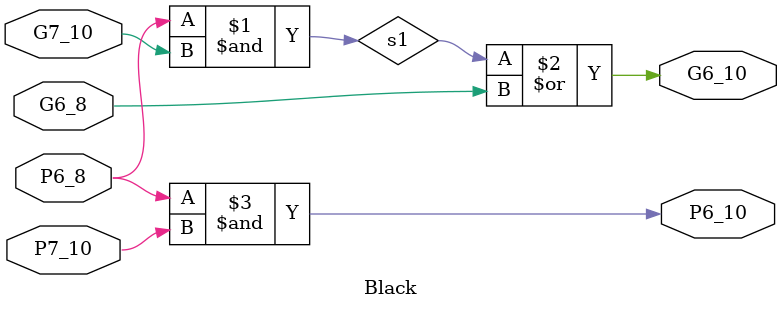
<source format=v>
module Black(G6_8,P6_8,G7_10,P7_10,G6_10,P6_10);
  input G6_8,P6_8,G7_10,P7_10;
  output G6_10,P6_10;
  wire s1 ;
  assign s1 = P6_8 & G7_10;
  assign G6_10=s1 | G6_8;
  assign P6_10=P6_8 & P7_10;
endmodule
</source>
